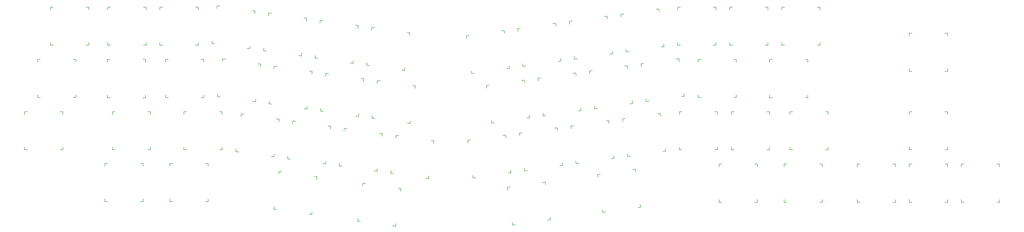
<source format=gbr>
%TF.GenerationSoftware,KiCad,Pcbnew,(5.99.0-9176-ga1730d51ff)*%
%TF.CreationDate,2021-03-09T20:14:39-06:00*%
%TF.ProjectId,Fur Elise,46757220-456c-4697-9365-2e6b69636164,rev?*%
%TF.SameCoordinates,Original*%
%TF.FileFunction,Legend,Top*%
%TF.FilePolarity,Positive*%
%FSLAX46Y46*%
G04 Gerber Fmt 4.6, Leading zero omitted, Abs format (unit mm)*
G04 Created by KiCad (PCBNEW (5.99.0-9176-ga1730d51ff)) date 2021-03-09 20:14:39*
%MOMM*%
%LPD*%
G01*
G04 APERTURE LIST*
%ADD10C,0.150000*%
G04 APERTURE END LIST*
D10*
%TO.C,SW35*%
X288880888Y-132269135D02*
X287890620Y-132129962D01*
X287071638Y-145142620D02*
X286932465Y-146132888D01*
X273068712Y-144184465D02*
X274058980Y-144323638D01*
X285942197Y-145993715D02*
X286932465Y-146132888D01*
X273068712Y-144184465D02*
X273207885Y-143194197D01*
X276007403Y-130459885D02*
X275017135Y-130320712D01*
X288880888Y-132269135D02*
X288741715Y-133259403D01*
X274877962Y-131310980D02*
X275017135Y-130320712D01*
%TO.C,SW48*%
X329604465Y-147440312D02*
X328614197Y-147579485D01*
X330562620Y-161443238D02*
X331552888Y-161304065D01*
X317689135Y-163252488D02*
X318679403Y-163113315D01*
X331413715Y-160313797D02*
X331552888Y-161304065D01*
X317689135Y-163252488D02*
X317549962Y-162262220D01*
X316730980Y-149249562D02*
X315740712Y-149388735D01*
X329604465Y-147440312D02*
X329743638Y-148430580D01*
X315879885Y-150379003D02*
X315740712Y-149388735D01*
%TO.C,SW43*%
X476900000Y-121587500D02*
X476900000Y-122587500D01*
X462900000Y-122587500D02*
X462900000Y-121587500D01*
X463900000Y-121587500D02*
X462900000Y-121587500D01*
X462900000Y-135587500D02*
X463900000Y-135587500D01*
X476900000Y-121587500D02*
X475900000Y-121587500D01*
X475900000Y-135587500D02*
X476900000Y-135587500D01*
X462900000Y-135587500D02*
X462900000Y-134587500D01*
X476900000Y-134587500D02*
X476900000Y-135587500D01*
%TO.C,SW38*%
X353829020Y-138888038D02*
X354819288Y-138748865D01*
X339997380Y-126694362D02*
X339007112Y-126833535D01*
X340955535Y-140697288D02*
X341945803Y-140558115D01*
X352870865Y-124885112D02*
X351880597Y-125024285D01*
X352870865Y-124885112D02*
X353010038Y-125875380D01*
X340955535Y-140697288D02*
X340816362Y-139707020D01*
X339146285Y-127823803D02*
X339007112Y-126833535D01*
X354680115Y-137758597D02*
X354819288Y-138748865D01*
%TO.C,SW36*%
X316953277Y-143041797D02*
X317092450Y-144032065D01*
X302270542Y-131977562D02*
X301280274Y-132116735D01*
X303228697Y-145980488D02*
X303089524Y-144990220D01*
X301419447Y-133107003D02*
X301280274Y-132116735D01*
X303228697Y-145980488D02*
X304218965Y-145841315D01*
X315144027Y-130168312D02*
X315283200Y-131158580D01*
X315144027Y-130168312D02*
X314153759Y-130307485D01*
X316102182Y-144171238D02*
X317092450Y-144032065D01*
%TO.C,SW19*%
X222543797Y-117850515D02*
X223534065Y-117989688D01*
X225482488Y-104125935D02*
X224492220Y-103986762D01*
X209670312Y-116041265D02*
X210660580Y-116180438D01*
X211479562Y-103167780D02*
X211618735Y-102177512D01*
X223673238Y-116999420D02*
X223534065Y-117989688D01*
X209670312Y-116041265D02*
X209809485Y-115050997D01*
X225482488Y-104125935D02*
X225343315Y-105116203D01*
X212609003Y-102316685D02*
X211618735Y-102177512D01*
%TO.C,SW49*%
X348899885Y-145705403D02*
X348760712Y-144715135D01*
X350709135Y-158578888D02*
X350569962Y-157588620D01*
X350709135Y-158578888D02*
X351699403Y-158439715D01*
X363582620Y-156769638D02*
X364572888Y-156630465D01*
X349750980Y-144575962D02*
X348760712Y-144715135D01*
X362624465Y-142766712D02*
X361634197Y-142905885D01*
X364433715Y-155640197D02*
X364572888Y-156630465D01*
X362624465Y-142766712D02*
X362763638Y-143756980D01*
%TO.C,SW34*%
X268174038Y-142501020D02*
X268034865Y-143491288D01*
X269983288Y-129627535D02*
X269844115Y-130617803D01*
X269983288Y-129627535D02*
X268993020Y-129488362D01*
X254171112Y-141542865D02*
X254310285Y-140552597D01*
X257109803Y-127818285D02*
X256119535Y-127679112D01*
X267044597Y-143352115D02*
X268034865Y-143491288D01*
X255980362Y-128669380D02*
X256119535Y-127679112D01*
X254171112Y-141542865D02*
X255161380Y-141682038D01*
%TO.C,SW20*%
X241390597Y-120492115D02*
X242380865Y-120631288D01*
X244329288Y-106767535D02*
X244190115Y-107757803D01*
X242520038Y-119641020D02*
X242380865Y-120631288D01*
X231455803Y-104958285D02*
X230465535Y-104819112D01*
X244329288Y-106767535D02*
X243339020Y-106628362D01*
X230326362Y-105809380D02*
X230465535Y-104819112D01*
X228517112Y-118682865D02*
X228656285Y-117692597D01*
X228517112Y-118682865D02*
X229507380Y-118822038D01*
%TO.C,SW25*%
X361485665Y-117579897D02*
X361624838Y-118570165D01*
X347761085Y-120518588D02*
X347621912Y-119528320D01*
X359676415Y-104706412D02*
X358686147Y-104845585D01*
X360634570Y-118709338D02*
X361624838Y-118570165D01*
X347761085Y-120518588D02*
X348751353Y-120379415D01*
X345951835Y-107645103D02*
X345812662Y-106654835D01*
X359676415Y-104706412D02*
X359815588Y-105696680D01*
X346802930Y-106515662D02*
X345812662Y-106654835D01*
%TO.C,SW2*%
X182530000Y-97170000D02*
X183530000Y-97170000D01*
X169530000Y-97170000D02*
X170530000Y-97170000D01*
X183530000Y-83170000D02*
X183530000Y-84170000D01*
X170530000Y-83170000D02*
X169530000Y-83170000D01*
X169530000Y-97170000D02*
X169530000Y-96170000D01*
X183530000Y-83170000D02*
X182530000Y-83170000D01*
X169530000Y-84170000D02*
X169530000Y-83170000D01*
X183530000Y-96170000D02*
X183530000Y-97170000D01*
%TO.C,SW24*%
X327909180Y-109171912D02*
X326918912Y-109311085D01*
X341740820Y-121365588D02*
X342731088Y-121226415D01*
X328867335Y-123174838D02*
X328728162Y-122184570D01*
X340782665Y-107362662D02*
X339792397Y-107501835D01*
X340782665Y-107362662D02*
X340921838Y-108352930D01*
X327058085Y-110301353D02*
X326918912Y-109311085D01*
X328867335Y-123174838D02*
X329857603Y-123035665D01*
X342591915Y-120236147D02*
X342731088Y-121226415D01*
%TO.C,SW39*%
X373577715Y-135142397D02*
X373716888Y-136132665D01*
X358043885Y-125207603D02*
X357904712Y-124217335D01*
X358894980Y-124078162D02*
X357904712Y-124217335D01*
X359853135Y-138081088D02*
X360843403Y-137941915D01*
X359853135Y-138081088D02*
X359713962Y-137090820D01*
X372726620Y-136271838D02*
X373716888Y-136132665D01*
X371768465Y-122268912D02*
X371907638Y-123259180D01*
X371768465Y-122268912D02*
X370778197Y-122408085D01*
%TO.C,SW28*%
X425744400Y-102423200D02*
X424744400Y-102423200D01*
X411744400Y-103423200D02*
X411744400Y-102423200D01*
X411744400Y-116423200D02*
X412744400Y-116423200D01*
X412744400Y-102423200D02*
X411744400Y-102423200D01*
X425744400Y-102423200D02*
X425744400Y-103423200D01*
X411744400Y-116423200D02*
X411744400Y-115423200D01*
X425744400Y-115423200D02*
X425744400Y-116423200D01*
X424744400Y-116423200D02*
X425744400Y-116423200D01*
%TO.C,SW42*%
X432186600Y-135625600D02*
X433186600Y-135625600D01*
X433186600Y-134625600D02*
X433186600Y-135625600D01*
X419186600Y-122625600D02*
X419186600Y-121625600D01*
X433186600Y-121625600D02*
X433186600Y-122625600D01*
X433186600Y-121625600D02*
X432186600Y-121625600D01*
X419186600Y-135625600D02*
X419186600Y-134625600D01*
X420186600Y-121625600D02*
X419186600Y-121625600D01*
X419186600Y-135625600D02*
X420186600Y-135625600D01*
%TO.C,SW27*%
X386562500Y-102387500D02*
X385562500Y-102387500D01*
X385562500Y-116387500D02*
X385562500Y-115387500D01*
X385562500Y-103387500D02*
X385562500Y-102387500D01*
X398562500Y-116387500D02*
X399562500Y-116387500D01*
X385562500Y-116387500D02*
X386562500Y-116387500D01*
X399562500Y-102387500D02*
X398562500Y-102387500D01*
X399562500Y-102387500D02*
X399562500Y-103387500D01*
X399562500Y-115387500D02*
X399562500Y-116387500D01*
%TO.C,SW54*%
X495924600Y-153878800D02*
X495924600Y-154878800D01*
X481924600Y-141878800D02*
X481924600Y-140878800D01*
X482924600Y-140878800D02*
X481924600Y-140878800D01*
X481924600Y-154878800D02*
X481924600Y-153878800D01*
X495924600Y-140878800D02*
X494924600Y-140878800D01*
X481924600Y-154878800D02*
X482924600Y-154878800D01*
X495924600Y-140878800D02*
X495924600Y-141878800D01*
X494924600Y-154878800D02*
X495924600Y-154878800D01*
%TO.C,SW29*%
X140050000Y-121625600D02*
X139050000Y-121625600D01*
X153050000Y-134625600D02*
X153050000Y-135625600D01*
X153050000Y-121625600D02*
X153050000Y-122625600D01*
X152050000Y-135625600D02*
X153050000Y-135625600D01*
X139050000Y-135625600D02*
X140050000Y-135625600D01*
X139050000Y-122625600D02*
X139050000Y-121625600D01*
X153050000Y-121625600D02*
X152050000Y-121625600D01*
X139050000Y-135625600D02*
X139050000Y-134625600D01*
%TO.C,SW10*%
X352278827Y-86480312D02*
X352418000Y-87470580D01*
X353236982Y-100483238D02*
X354227250Y-100344065D01*
X338554247Y-89419003D02*
X338415074Y-88428735D01*
X339405342Y-88289562D02*
X338415074Y-88428735D01*
X340363497Y-102292488D02*
X340224324Y-101302220D01*
X352278827Y-86480312D02*
X351288559Y-86619485D01*
X340363497Y-102292488D02*
X341353765Y-102153315D01*
X354088077Y-99353797D02*
X354227250Y-100344065D01*
%TO.C,SW30*%
X185155600Y-134625600D02*
X185155600Y-135625600D01*
X171155600Y-135625600D02*
X171155600Y-134625600D01*
X172155600Y-121625600D02*
X171155600Y-121625600D01*
X185155600Y-121625600D02*
X184155600Y-121625600D01*
X185155600Y-121625600D02*
X185155600Y-122625600D01*
X184155600Y-135625600D02*
X185155600Y-135625600D01*
X171155600Y-122625600D02*
X171155600Y-121625600D01*
X171155600Y-135625600D02*
X172155600Y-135625600D01*
%TO.C,SW17*%
X183326800Y-102423200D02*
X183326800Y-103423200D01*
X170326800Y-102423200D02*
X169326800Y-102423200D01*
X182326800Y-116423200D02*
X183326800Y-116423200D01*
X169326800Y-116423200D02*
X170326800Y-116423200D01*
X183326800Y-115423200D02*
X183326800Y-116423200D01*
X183326800Y-102423200D02*
X182326800Y-102423200D01*
X169326800Y-103423200D02*
X169326800Y-102423200D01*
X169326800Y-116423200D02*
X169326800Y-115423200D01*
%TO.C,SW40*%
X392673600Y-134625600D02*
X392673600Y-135625600D01*
X379673600Y-121625600D02*
X378673600Y-121625600D01*
X392673600Y-121625600D02*
X391673600Y-121625600D01*
X378673600Y-122625600D02*
X378673600Y-121625600D01*
X378673600Y-135625600D02*
X378673600Y-134625600D01*
X392673600Y-121625600D02*
X392673600Y-122625600D01*
X378673600Y-135625600D02*
X379673600Y-135625600D01*
X391673600Y-135625600D02*
X392673600Y-135625600D01*
%TO.C,SW26*%
X364808085Y-105001353D02*
X364668912Y-104011085D01*
X379490820Y-116065588D02*
X380481088Y-115926415D01*
X378532665Y-102062662D02*
X378671838Y-103052930D01*
X366617335Y-117874838D02*
X367607603Y-117735665D01*
X366617335Y-117874838D02*
X366478162Y-116884570D01*
X365659180Y-103871912D02*
X364668912Y-104011085D01*
X380341915Y-114936147D02*
X380481088Y-115926415D01*
X378532665Y-102062662D02*
X377542397Y-102201835D01*
%TO.C,SW7*%
X277104359Y-106318915D02*
X278094627Y-106458088D01*
X280043050Y-92594335D02*
X279903877Y-93584603D01*
X264230874Y-104509665D02*
X265221142Y-104648838D01*
X278233800Y-105467820D02*
X278094627Y-106458088D01*
X267169565Y-90785085D02*
X266179297Y-90645912D01*
X266040124Y-91636180D02*
X266179297Y-90645912D01*
X264230874Y-104509665D02*
X264370047Y-103519397D01*
X280043050Y-92594335D02*
X279052782Y-92455162D01*
%TO.C,SW15*%
X462900000Y-106771200D02*
X463900000Y-106771200D01*
X462900000Y-93771200D02*
X462900000Y-92771200D01*
X475900000Y-106771200D02*
X476900000Y-106771200D01*
X476900000Y-105771200D02*
X476900000Y-106771200D01*
X476900000Y-92771200D02*
X476900000Y-93771200D01*
X462900000Y-106771200D02*
X462900000Y-105771200D01*
X476900000Y-92771200D02*
X475900000Y-92771200D01*
X463900000Y-92771200D02*
X462900000Y-92771200D01*
%TO.C,SW50*%
X393253200Y-141878800D02*
X393253200Y-140878800D01*
X407253200Y-140878800D02*
X407253200Y-141878800D01*
X394253200Y-140878800D02*
X393253200Y-140878800D01*
X393253200Y-154878800D02*
X393253200Y-153878800D01*
X407253200Y-140878800D02*
X406253200Y-140878800D01*
X407253200Y-153878800D02*
X407253200Y-154878800D01*
X393253200Y-154878800D02*
X394253200Y-154878800D01*
X406253200Y-154878800D02*
X407253200Y-154878800D01*
%TO.C,SW45*%
X192231250Y-141637500D02*
X192231250Y-140637500D01*
X192231250Y-154637500D02*
X192231250Y-153637500D01*
X206231250Y-153637500D02*
X206231250Y-154637500D01*
X206231250Y-140637500D02*
X206231250Y-141637500D01*
X193231250Y-140637500D02*
X192231250Y-140637500D01*
X206231250Y-140637500D02*
X205231250Y-140637500D01*
X205231250Y-154637500D02*
X206231250Y-154637500D01*
X192231250Y-154637500D02*
X193231250Y-154637500D01*
%TO.C,SW13*%
X397164800Y-84170000D02*
X397164800Y-83170000D01*
X411164800Y-83170000D02*
X411164800Y-84170000D01*
X410164800Y-97170000D02*
X411164800Y-97170000D01*
X411164800Y-83170000D02*
X410164800Y-83170000D01*
X397164800Y-97170000D02*
X397164800Y-96170000D01*
X397164800Y-97170000D02*
X398164800Y-97170000D01*
X398164800Y-83170000D02*
X397164800Y-83170000D01*
X411164800Y-96170000D02*
X411164800Y-97170000D01*
%TO.C,SW5*%
X242306760Y-87260335D02*
X242167587Y-88250603D01*
X226494584Y-99175665D02*
X226633757Y-98185397D01*
X228303834Y-86302180D02*
X228443007Y-85311912D01*
X239368069Y-100984915D02*
X240358337Y-101124088D01*
X229433275Y-85451085D02*
X228443007Y-85311912D01*
X226494584Y-99175665D02*
X227484852Y-99314838D01*
X240497510Y-100133820D02*
X240358337Y-101124088D01*
X242306760Y-87260335D02*
X241316492Y-87121162D01*
%TO.C,SW14*%
X430214800Y-96170000D02*
X430214800Y-97170000D01*
X416214800Y-97170000D02*
X417214800Y-97170000D01*
X429214800Y-97170000D02*
X430214800Y-97170000D01*
X417214800Y-83170000D02*
X416214800Y-83170000D01*
X416214800Y-97170000D02*
X416214800Y-96170000D01*
X416214800Y-84170000D02*
X416214800Y-83170000D01*
X430214800Y-83170000D02*
X429214800Y-83170000D01*
X430214800Y-83170000D02*
X430214800Y-84170000D01*
%TO.C,SW8*%
X316419877Y-104662397D02*
X316559050Y-105652665D01*
X314610627Y-91788912D02*
X314749800Y-92779180D01*
X302695297Y-107601088D02*
X303685565Y-107461915D01*
X315568782Y-105791838D02*
X316559050Y-105652665D01*
X300886047Y-94727603D02*
X300746874Y-93737335D01*
X302695297Y-107601088D02*
X302556124Y-106610820D01*
X314610627Y-91788912D02*
X313620359Y-91928085D01*
X301737142Y-93598162D02*
X300746874Y-93737335D01*
%TO.C,SW44*%
X182418750Y-140637500D02*
X182418750Y-141637500D01*
X182418750Y-153637500D02*
X182418750Y-154637500D01*
X168418750Y-141637500D02*
X168418750Y-140637500D01*
X182418750Y-140637500D02*
X181418750Y-140637500D01*
X181418750Y-154637500D02*
X182418750Y-154637500D01*
X168418750Y-154637500D02*
X169418750Y-154637500D01*
X168418750Y-154637500D02*
X168418750Y-153637500D01*
X169418750Y-140637500D02*
X168418750Y-140637500D01*
%TO.C,SW31*%
X198368400Y-121625600D02*
X197368400Y-121625600D01*
X197368400Y-135625600D02*
X197368400Y-134625600D01*
X210368400Y-135625600D02*
X211368400Y-135625600D01*
X197368400Y-122625600D02*
X197368400Y-121625600D01*
X211368400Y-134625600D02*
X211368400Y-135625600D01*
X211368400Y-121625600D02*
X211368400Y-122625600D01*
X211368400Y-121625600D02*
X210368400Y-121625600D01*
X197368400Y-135625600D02*
X198368400Y-135625600D01*
%TO.C,SW9*%
X335215877Y-101995397D02*
X335355050Y-102985665D01*
X333406627Y-89121912D02*
X332416359Y-89261085D01*
X333406627Y-89121912D02*
X333545800Y-90112180D01*
X319682047Y-92060603D02*
X319542874Y-91070335D01*
X321491297Y-104934088D02*
X322481565Y-104794915D01*
X334364782Y-103124838D02*
X335355050Y-102985665D01*
X320533142Y-90931162D02*
X319542874Y-91070335D01*
X321491297Y-104934088D02*
X321352124Y-103943820D01*
%TO.C,SW11*%
X359261097Y-99650888D02*
X359121924Y-98660620D01*
X371176427Y-83838712D02*
X371315600Y-84828980D01*
X372134582Y-97841638D02*
X373124850Y-97702465D01*
X357451847Y-86777403D02*
X357312674Y-85787135D01*
X359261097Y-99650888D02*
X360251365Y-99511715D01*
X371176427Y-83838712D02*
X370186159Y-83977885D01*
X358302942Y-85647962D02*
X357312674Y-85787135D01*
X372985677Y-96712197D02*
X373124850Y-97702465D01*
%TO.C,SW12*%
X391114800Y-97170000D02*
X392114800Y-97170000D01*
X392114800Y-96170000D02*
X392114800Y-97170000D01*
X379114800Y-83170000D02*
X378114800Y-83170000D01*
X378114800Y-84170000D02*
X378114800Y-83170000D01*
X392114800Y-83170000D02*
X392114800Y-84170000D01*
X378114800Y-97170000D02*
X378114800Y-96170000D01*
X378114800Y-97170000D02*
X379114800Y-97170000D01*
X392114800Y-83170000D02*
X391114800Y-83170000D01*
%TO.C,SW21*%
X250352041Y-107654886D02*
X249361773Y-107515713D01*
X263225526Y-109464136D02*
X262235258Y-109324963D01*
X247413350Y-121379466D02*
X247552523Y-120389198D01*
X260286835Y-123188716D02*
X261277103Y-123327889D01*
X261416276Y-122337621D02*
X261277103Y-123327889D01*
X247413350Y-121379466D02*
X248403618Y-121518639D01*
X249222600Y-108505981D02*
X249361773Y-107515713D01*
X263225526Y-109464136D02*
X263086353Y-110454404D01*
%TO.C,SW46*%
X244298038Y-158401420D02*
X244158865Y-159391688D01*
X232104362Y-144569780D02*
X232243535Y-143579512D01*
X230295112Y-157443265D02*
X230434285Y-156452997D01*
X233233803Y-143718685D02*
X232243535Y-143579512D01*
X243168597Y-159252515D02*
X244158865Y-159391688D01*
X246107288Y-145527935D02*
X245117020Y-145388762D01*
X230295112Y-157443265D02*
X231285380Y-157582438D01*
X246107288Y-145527935D02*
X245968115Y-146518203D01*
%TO.C,SW32*%
X230429638Y-137217820D02*
X230290465Y-138208088D01*
X219365403Y-122535085D02*
X218375135Y-122395912D01*
X232238888Y-124344335D02*
X232099715Y-125334603D01*
X216426712Y-136259665D02*
X216565885Y-135269397D01*
X218235962Y-123386180D02*
X218375135Y-122395912D01*
X216426712Y-136259665D02*
X217416980Y-136398838D01*
X232238888Y-124344335D02*
X231248620Y-124205162D01*
X229300197Y-138068915D02*
X230290465Y-138208088D01*
%TO.C,SW18*%
X190643750Y-116423200D02*
X190643750Y-115423200D01*
X204643750Y-102423200D02*
X203643750Y-102423200D01*
X190643750Y-116423200D02*
X191643750Y-116423200D01*
X203643750Y-116423200D02*
X204643750Y-116423200D01*
X204643750Y-115423200D02*
X204643750Y-116423200D01*
X190643750Y-103423200D02*
X190643750Y-102423200D01*
X204643750Y-102423200D02*
X204643750Y-103423200D01*
X191643750Y-102423200D02*
X190643750Y-102423200D01*
%TO.C,SW47*%
X262787562Y-148887780D02*
X262926735Y-147897512D01*
X273851797Y-163570515D02*
X274842065Y-163709688D01*
X276790488Y-149845935D02*
X276651315Y-150836203D01*
X263917003Y-148036685D02*
X262926735Y-147897512D01*
X260978312Y-161761265D02*
X261968580Y-161900438D01*
X260978312Y-161761265D02*
X261117485Y-160770997D01*
X276790488Y-149845935D02*
X275800220Y-149706762D01*
X274981238Y-162719420D02*
X274842065Y-163709688D01*
%TO.C,SW6*%
X259350660Y-102823750D02*
X259211487Y-103814018D01*
X261159910Y-89950265D02*
X261020737Y-90940533D01*
X261159910Y-89950265D02*
X260169642Y-89811092D01*
X258221219Y-103674845D02*
X259211487Y-103814018D01*
X245347734Y-101865595D02*
X245486907Y-100875327D01*
X245347734Y-101865595D02*
X246338002Y-102004768D01*
X247156984Y-88992110D02*
X247296157Y-88001842D01*
X248286425Y-88141015D02*
X247296157Y-88001842D01*
%TO.C,SW1*%
X148575000Y-97170000D02*
X149575000Y-97170000D01*
X149575000Y-83170000D02*
X148575000Y-83170000D01*
X148575000Y-84170000D02*
X148575000Y-83170000D01*
X162575000Y-96170000D02*
X162575000Y-97170000D01*
X148575000Y-97170000D02*
X148575000Y-96170000D01*
X162575000Y-83170000D02*
X161575000Y-83170000D01*
X162575000Y-83170000D02*
X162575000Y-84170000D01*
X161575000Y-97170000D02*
X162575000Y-97170000D01*
%TO.C,SW22*%
X266261512Y-124016865D02*
X267251780Y-124156038D01*
X268070762Y-111143380D02*
X268209935Y-110153112D01*
X282073688Y-112101535D02*
X281083420Y-111962362D01*
X282073688Y-112101535D02*
X281934515Y-113091803D01*
X266261512Y-124016865D02*
X266400685Y-123026597D01*
X280264438Y-124975020D02*
X280125265Y-125965288D01*
X279134997Y-125826115D02*
X280125265Y-125965288D01*
X269200203Y-110292285D02*
X268209935Y-110153112D01*
%TO.C,SW16*%
X157812500Y-102372400D02*
X157812500Y-103372400D01*
X157812500Y-102372400D02*
X156812500Y-102372400D01*
X143812500Y-116372400D02*
X143812500Y-115372400D01*
X157812500Y-115372400D02*
X157812500Y-116372400D01*
X144812500Y-102372400D02*
X143812500Y-102372400D01*
X143812500Y-116372400D02*
X144812500Y-116372400D01*
X143812500Y-103372400D02*
X143812500Y-102372400D01*
X156812500Y-116372400D02*
X157812500Y-116372400D01*
%TO.C,SW3*%
X202580000Y-83170000D02*
X202580000Y-84170000D01*
X188580000Y-97170000D02*
X188580000Y-96170000D01*
X202580000Y-96170000D02*
X202580000Y-97170000D01*
X188580000Y-84170000D02*
X188580000Y-83170000D01*
X202580000Y-83170000D02*
X201580000Y-83170000D01*
X188580000Y-97170000D02*
X189580000Y-97170000D01*
X189580000Y-83170000D02*
X188580000Y-83170000D01*
X201580000Y-97170000D02*
X202580000Y-97170000D01*
%TO.C,SW33*%
X248197797Y-140710515D02*
X249188065Y-140849688D01*
X251136488Y-126985935D02*
X250997315Y-127976203D01*
X249327238Y-139859420D02*
X249188065Y-140849688D01*
X237133562Y-126027780D02*
X237272735Y-125037512D01*
X235324312Y-138901265D02*
X236314580Y-139040438D01*
X238263003Y-125176685D02*
X237272735Y-125037512D01*
X235324312Y-138901265D02*
X235463485Y-137910997D01*
X251136488Y-126985935D02*
X250146220Y-126846762D01*
%TO.C,SW37*%
X322075497Y-143338888D02*
X323065765Y-143199715D01*
X322075497Y-143338888D02*
X321936324Y-142348620D01*
X333990827Y-127526712D02*
X333000559Y-127665885D01*
X321117342Y-129335962D02*
X320127074Y-129475135D01*
X335800077Y-140400197D02*
X335939250Y-141390465D01*
X334948982Y-141529638D02*
X335939250Y-141390465D01*
X333990827Y-127526712D02*
X334130000Y-128516980D01*
X320266247Y-130465403D02*
X320127074Y-129475135D01*
%TO.C,SW23*%
X322892241Y-123981869D02*
X323882509Y-123842696D01*
X321934086Y-109978943D02*
X322073259Y-110969211D01*
X321934086Y-109978943D02*
X320943818Y-110118116D01*
X309060601Y-111788193D02*
X308070333Y-111927366D01*
X308209506Y-112917634D02*
X308070333Y-111927366D01*
X310018756Y-125791119D02*
X309879583Y-124800851D01*
X310018756Y-125791119D02*
X311009024Y-125651946D01*
X323743336Y-122852428D02*
X323882509Y-123842696D01*
%TO.C,SW4*%
X210551603Y-82784085D02*
X209561335Y-82644912D01*
X221615838Y-97466820D02*
X221476665Y-98457088D01*
X223425088Y-84593335D02*
X222434820Y-84454162D01*
X220486397Y-98317915D02*
X221476665Y-98457088D01*
X223425088Y-84593335D02*
X223285915Y-85583603D01*
X207612912Y-96508665D02*
X207752085Y-95518397D01*
X209422162Y-83635180D02*
X209561335Y-82644912D01*
X207612912Y-96508665D02*
X208603180Y-96647838D01*
%TO.C,SW53*%
X463900000Y-140878800D02*
X462900000Y-140878800D01*
X462900000Y-141878800D02*
X462900000Y-140878800D01*
X462900000Y-154878800D02*
X462900000Y-153878800D01*
X476900000Y-140878800D02*
X475900000Y-140878800D01*
X476900000Y-153878800D02*
X476900000Y-154878800D01*
X475900000Y-154878800D02*
X476900000Y-154878800D01*
X476900000Y-140878800D02*
X476900000Y-141878800D01*
X462900000Y-154878800D02*
X463900000Y-154878800D01*
%TO.C,SW41*%
X397749000Y-135625600D02*
X398749000Y-135625600D01*
X411749000Y-134625600D02*
X411749000Y-135625600D01*
X397749000Y-122625600D02*
X397749000Y-121625600D01*
X410749000Y-135625600D02*
X411749000Y-135625600D01*
X397749000Y-135625600D02*
X397749000Y-134625600D01*
X411749000Y-121625600D02*
X410749000Y-121625600D01*
X398749000Y-121625600D02*
X397749000Y-121625600D01*
X411749000Y-121625600D02*
X411749000Y-122625600D01*
%TO.C,SW52*%
X443850000Y-154878800D02*
X444850000Y-154878800D01*
X457850000Y-140878800D02*
X456850000Y-140878800D01*
X443850000Y-141878800D02*
X443850000Y-140878800D01*
X457850000Y-140878800D02*
X457850000Y-141878800D01*
X457850000Y-153878800D02*
X457850000Y-154878800D01*
X444850000Y-140878800D02*
X443850000Y-140878800D01*
X443850000Y-154878800D02*
X443850000Y-153878800D01*
X456850000Y-154878800D02*
X457850000Y-154878800D01*
%TO.C,SW51*%
X418078400Y-140878800D02*
X417078400Y-140878800D01*
X430078400Y-154878800D02*
X431078400Y-154878800D01*
X417078400Y-154878800D02*
X417078400Y-153878800D01*
X431078400Y-153878800D02*
X431078400Y-154878800D01*
X431078400Y-140878800D02*
X431078400Y-141878800D01*
X431078400Y-140878800D02*
X430078400Y-140878800D01*
X417078400Y-141878800D02*
X417078400Y-140878800D01*
X417078400Y-154878800D02*
X418078400Y-154878800D01*
%TD*%
M02*

</source>
